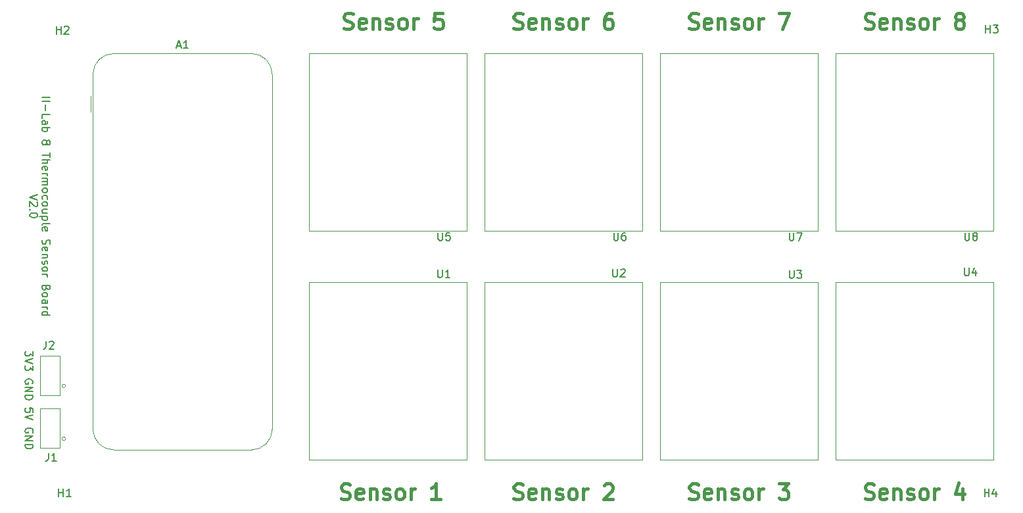
<source format=gto>
%TF.GenerationSoftware,KiCad,Pcbnew,(6.0.5)*%
%TF.CreationDate,2022-06-06T23:13:20-07:00*%
%TF.ProjectId,tc_pcb_f,74635f70-6362-45f6-962e-6b696361645f,rev?*%
%TF.SameCoordinates,Original*%
%TF.FileFunction,Legend,Top*%
%TF.FilePolarity,Positive*%
%FSLAX46Y46*%
G04 Gerber Fmt 4.6, Leading zero omitted, Abs format (unit mm)*
G04 Created by KiCad (PCBNEW (6.0.5)) date 2022-06-06 23:13:20*
%MOMM*%
%LPD*%
G01*
G04 APERTURE LIST*
%ADD10C,0.400000*%
%ADD11C,0.200000*%
%ADD12C,0.150000*%
%ADD13C,0.120000*%
G04 APERTURE END LIST*
D10*
X159793047Y-120634523D02*
X160078761Y-120729761D01*
X160554952Y-120729761D01*
X160745428Y-120634523D01*
X160840666Y-120539285D01*
X160935904Y-120348809D01*
X160935904Y-120158333D01*
X160840666Y-119967857D01*
X160745428Y-119872619D01*
X160554952Y-119777380D01*
X160174000Y-119682142D01*
X159983523Y-119586904D01*
X159888285Y-119491666D01*
X159793047Y-119301190D01*
X159793047Y-119110714D01*
X159888285Y-118920238D01*
X159983523Y-118825000D01*
X160174000Y-118729761D01*
X160650190Y-118729761D01*
X160935904Y-118825000D01*
X162554952Y-120634523D02*
X162364476Y-120729761D01*
X161983523Y-120729761D01*
X161793047Y-120634523D01*
X161697809Y-120444047D01*
X161697809Y-119682142D01*
X161793047Y-119491666D01*
X161983523Y-119396428D01*
X162364476Y-119396428D01*
X162554952Y-119491666D01*
X162650190Y-119682142D01*
X162650190Y-119872619D01*
X161697809Y-120063095D01*
X163507333Y-119396428D02*
X163507333Y-120729761D01*
X163507333Y-119586904D02*
X163602571Y-119491666D01*
X163793047Y-119396428D01*
X164078761Y-119396428D01*
X164269238Y-119491666D01*
X164364476Y-119682142D01*
X164364476Y-120729761D01*
X165221619Y-120634523D02*
X165412095Y-120729761D01*
X165793047Y-120729761D01*
X165983523Y-120634523D01*
X166078761Y-120444047D01*
X166078761Y-120348809D01*
X165983523Y-120158333D01*
X165793047Y-120063095D01*
X165507333Y-120063095D01*
X165316857Y-119967857D01*
X165221619Y-119777380D01*
X165221619Y-119682142D01*
X165316857Y-119491666D01*
X165507333Y-119396428D01*
X165793047Y-119396428D01*
X165983523Y-119491666D01*
X167221619Y-120729761D02*
X167031142Y-120634523D01*
X166935904Y-120539285D01*
X166840666Y-120348809D01*
X166840666Y-119777380D01*
X166935904Y-119586904D01*
X167031142Y-119491666D01*
X167221619Y-119396428D01*
X167507333Y-119396428D01*
X167697809Y-119491666D01*
X167793047Y-119586904D01*
X167888285Y-119777380D01*
X167888285Y-120348809D01*
X167793047Y-120539285D01*
X167697809Y-120634523D01*
X167507333Y-120729761D01*
X167221619Y-120729761D01*
X168745428Y-120729761D02*
X168745428Y-119396428D01*
X168745428Y-119777380D02*
X168840666Y-119586904D01*
X168935904Y-119491666D01*
X169126380Y-119396428D01*
X169316857Y-119396428D01*
X172364476Y-119396428D02*
X172364476Y-120729761D01*
X171888285Y-118634523D02*
X171412095Y-120063095D01*
X172650190Y-120063095D01*
X137181047Y-120634523D02*
X137466761Y-120729761D01*
X137942952Y-120729761D01*
X138133428Y-120634523D01*
X138228666Y-120539285D01*
X138323904Y-120348809D01*
X138323904Y-120158333D01*
X138228666Y-119967857D01*
X138133428Y-119872619D01*
X137942952Y-119777380D01*
X137562000Y-119682142D01*
X137371523Y-119586904D01*
X137276285Y-119491666D01*
X137181047Y-119301190D01*
X137181047Y-119110714D01*
X137276285Y-118920238D01*
X137371523Y-118825000D01*
X137562000Y-118729761D01*
X138038190Y-118729761D01*
X138323904Y-118825000D01*
X139942952Y-120634523D02*
X139752476Y-120729761D01*
X139371523Y-120729761D01*
X139181047Y-120634523D01*
X139085809Y-120444047D01*
X139085809Y-119682142D01*
X139181047Y-119491666D01*
X139371523Y-119396428D01*
X139752476Y-119396428D01*
X139942952Y-119491666D01*
X140038190Y-119682142D01*
X140038190Y-119872619D01*
X139085809Y-120063095D01*
X140895333Y-119396428D02*
X140895333Y-120729761D01*
X140895333Y-119586904D02*
X140990571Y-119491666D01*
X141181047Y-119396428D01*
X141466761Y-119396428D01*
X141657238Y-119491666D01*
X141752476Y-119682142D01*
X141752476Y-120729761D01*
X142609619Y-120634523D02*
X142800095Y-120729761D01*
X143181047Y-120729761D01*
X143371523Y-120634523D01*
X143466761Y-120444047D01*
X143466761Y-120348809D01*
X143371523Y-120158333D01*
X143181047Y-120063095D01*
X142895333Y-120063095D01*
X142704857Y-119967857D01*
X142609619Y-119777380D01*
X142609619Y-119682142D01*
X142704857Y-119491666D01*
X142895333Y-119396428D01*
X143181047Y-119396428D01*
X143371523Y-119491666D01*
X144609619Y-120729761D02*
X144419142Y-120634523D01*
X144323904Y-120539285D01*
X144228666Y-120348809D01*
X144228666Y-119777380D01*
X144323904Y-119586904D01*
X144419142Y-119491666D01*
X144609619Y-119396428D01*
X144895333Y-119396428D01*
X145085809Y-119491666D01*
X145181047Y-119586904D01*
X145276285Y-119777380D01*
X145276285Y-120348809D01*
X145181047Y-120539285D01*
X145085809Y-120634523D01*
X144895333Y-120729761D01*
X144609619Y-120729761D01*
X146133428Y-120729761D02*
X146133428Y-119396428D01*
X146133428Y-119777380D02*
X146228666Y-119586904D01*
X146323904Y-119491666D01*
X146514380Y-119396428D01*
X146704857Y-119396428D01*
X148704857Y-118729761D02*
X149942952Y-118729761D01*
X149276285Y-119491666D01*
X149562000Y-119491666D01*
X149752476Y-119586904D01*
X149847714Y-119682142D01*
X149942952Y-119872619D01*
X149942952Y-120348809D01*
X149847714Y-120539285D01*
X149752476Y-120634523D01*
X149562000Y-120729761D01*
X148990571Y-120729761D01*
X148800095Y-120634523D01*
X148704857Y-120539285D01*
X159793047Y-60084523D02*
X160078761Y-60179761D01*
X160554952Y-60179761D01*
X160745428Y-60084523D01*
X160840666Y-59989285D01*
X160935904Y-59798809D01*
X160935904Y-59608333D01*
X160840666Y-59417857D01*
X160745428Y-59322619D01*
X160554952Y-59227380D01*
X160174000Y-59132142D01*
X159983523Y-59036904D01*
X159888285Y-58941666D01*
X159793047Y-58751190D01*
X159793047Y-58560714D01*
X159888285Y-58370238D01*
X159983523Y-58275000D01*
X160174000Y-58179761D01*
X160650190Y-58179761D01*
X160935904Y-58275000D01*
X162554952Y-60084523D02*
X162364476Y-60179761D01*
X161983523Y-60179761D01*
X161793047Y-60084523D01*
X161697809Y-59894047D01*
X161697809Y-59132142D01*
X161793047Y-58941666D01*
X161983523Y-58846428D01*
X162364476Y-58846428D01*
X162554952Y-58941666D01*
X162650190Y-59132142D01*
X162650190Y-59322619D01*
X161697809Y-59513095D01*
X163507333Y-58846428D02*
X163507333Y-60179761D01*
X163507333Y-59036904D02*
X163602571Y-58941666D01*
X163793047Y-58846428D01*
X164078761Y-58846428D01*
X164269238Y-58941666D01*
X164364476Y-59132142D01*
X164364476Y-60179761D01*
X165221619Y-60084523D02*
X165412095Y-60179761D01*
X165793047Y-60179761D01*
X165983523Y-60084523D01*
X166078761Y-59894047D01*
X166078761Y-59798809D01*
X165983523Y-59608333D01*
X165793047Y-59513095D01*
X165507333Y-59513095D01*
X165316857Y-59417857D01*
X165221619Y-59227380D01*
X165221619Y-59132142D01*
X165316857Y-58941666D01*
X165507333Y-58846428D01*
X165793047Y-58846428D01*
X165983523Y-58941666D01*
X167221619Y-60179761D02*
X167031142Y-60084523D01*
X166935904Y-59989285D01*
X166840666Y-59798809D01*
X166840666Y-59227380D01*
X166935904Y-59036904D01*
X167031142Y-58941666D01*
X167221619Y-58846428D01*
X167507333Y-58846428D01*
X167697809Y-58941666D01*
X167793047Y-59036904D01*
X167888285Y-59227380D01*
X167888285Y-59798809D01*
X167793047Y-59989285D01*
X167697809Y-60084523D01*
X167507333Y-60179761D01*
X167221619Y-60179761D01*
X168745428Y-60179761D02*
X168745428Y-58846428D01*
X168745428Y-59227380D02*
X168840666Y-59036904D01*
X168935904Y-58941666D01*
X169126380Y-58846428D01*
X169316857Y-58846428D01*
X171793047Y-59036904D02*
X171602571Y-58941666D01*
X171507333Y-58846428D01*
X171412095Y-58655952D01*
X171412095Y-58560714D01*
X171507333Y-58370238D01*
X171602571Y-58275000D01*
X171793047Y-58179761D01*
X172174000Y-58179761D01*
X172364476Y-58275000D01*
X172459714Y-58370238D01*
X172554952Y-58560714D01*
X172554952Y-58655952D01*
X172459714Y-58846428D01*
X172364476Y-58941666D01*
X172174000Y-59036904D01*
X171793047Y-59036904D01*
X171602571Y-59132142D01*
X171507333Y-59227380D01*
X171412095Y-59417857D01*
X171412095Y-59798809D01*
X171507333Y-59989285D01*
X171602571Y-60084523D01*
X171793047Y-60179761D01*
X172174000Y-60179761D01*
X172364476Y-60084523D01*
X172459714Y-59989285D01*
X172554952Y-59798809D01*
X172554952Y-59417857D01*
X172459714Y-59227380D01*
X172364476Y-59132142D01*
X172174000Y-59036904D01*
X114569047Y-60084523D02*
X114854761Y-60179761D01*
X115330952Y-60179761D01*
X115521428Y-60084523D01*
X115616666Y-59989285D01*
X115711904Y-59798809D01*
X115711904Y-59608333D01*
X115616666Y-59417857D01*
X115521428Y-59322619D01*
X115330952Y-59227380D01*
X114950000Y-59132142D01*
X114759523Y-59036904D01*
X114664285Y-58941666D01*
X114569047Y-58751190D01*
X114569047Y-58560714D01*
X114664285Y-58370238D01*
X114759523Y-58275000D01*
X114950000Y-58179761D01*
X115426190Y-58179761D01*
X115711904Y-58275000D01*
X117330952Y-60084523D02*
X117140476Y-60179761D01*
X116759523Y-60179761D01*
X116569047Y-60084523D01*
X116473809Y-59894047D01*
X116473809Y-59132142D01*
X116569047Y-58941666D01*
X116759523Y-58846428D01*
X117140476Y-58846428D01*
X117330952Y-58941666D01*
X117426190Y-59132142D01*
X117426190Y-59322619D01*
X116473809Y-59513095D01*
X118283333Y-58846428D02*
X118283333Y-60179761D01*
X118283333Y-59036904D02*
X118378571Y-58941666D01*
X118569047Y-58846428D01*
X118854761Y-58846428D01*
X119045238Y-58941666D01*
X119140476Y-59132142D01*
X119140476Y-60179761D01*
X119997619Y-60084523D02*
X120188095Y-60179761D01*
X120569047Y-60179761D01*
X120759523Y-60084523D01*
X120854761Y-59894047D01*
X120854761Y-59798809D01*
X120759523Y-59608333D01*
X120569047Y-59513095D01*
X120283333Y-59513095D01*
X120092857Y-59417857D01*
X119997619Y-59227380D01*
X119997619Y-59132142D01*
X120092857Y-58941666D01*
X120283333Y-58846428D01*
X120569047Y-58846428D01*
X120759523Y-58941666D01*
X121997619Y-60179761D02*
X121807142Y-60084523D01*
X121711904Y-59989285D01*
X121616666Y-59798809D01*
X121616666Y-59227380D01*
X121711904Y-59036904D01*
X121807142Y-58941666D01*
X121997619Y-58846428D01*
X122283333Y-58846428D01*
X122473809Y-58941666D01*
X122569047Y-59036904D01*
X122664285Y-59227380D01*
X122664285Y-59798809D01*
X122569047Y-59989285D01*
X122473809Y-60084523D01*
X122283333Y-60179761D01*
X121997619Y-60179761D01*
X123521428Y-60179761D02*
X123521428Y-58846428D01*
X123521428Y-59227380D02*
X123616666Y-59036904D01*
X123711904Y-58941666D01*
X123902380Y-58846428D01*
X124092857Y-58846428D01*
X127140476Y-58179761D02*
X126759523Y-58179761D01*
X126569047Y-58275000D01*
X126473809Y-58370238D01*
X126283333Y-58655952D01*
X126188095Y-59036904D01*
X126188095Y-59798809D01*
X126283333Y-59989285D01*
X126378571Y-60084523D01*
X126569047Y-60179761D01*
X126950000Y-60179761D01*
X127140476Y-60084523D01*
X127235714Y-59989285D01*
X127330952Y-59798809D01*
X127330952Y-59322619D01*
X127235714Y-59132142D01*
X127140476Y-59036904D01*
X126950000Y-58941666D01*
X126569047Y-58941666D01*
X126378571Y-59036904D01*
X126283333Y-59132142D01*
X126188095Y-59322619D01*
D11*
X53852619Y-69001190D02*
X54852619Y-69001190D01*
X53852619Y-69477380D02*
X54852619Y-69477380D01*
X54233571Y-69953571D02*
X54233571Y-70715476D01*
X53852619Y-71667857D02*
X53852619Y-71191666D01*
X54852619Y-71191666D01*
X53852619Y-72429761D02*
X54376428Y-72429761D01*
X54471666Y-72382142D01*
X54519285Y-72286904D01*
X54519285Y-72096428D01*
X54471666Y-72001190D01*
X53900238Y-72429761D02*
X53852619Y-72334523D01*
X53852619Y-72096428D01*
X53900238Y-72001190D01*
X53995476Y-71953571D01*
X54090714Y-71953571D01*
X54185952Y-72001190D01*
X54233571Y-72096428D01*
X54233571Y-72334523D01*
X54281190Y-72429761D01*
X53852619Y-72905952D02*
X54852619Y-72905952D01*
X54471666Y-72905952D02*
X54519285Y-73001190D01*
X54519285Y-73191666D01*
X54471666Y-73286904D01*
X54424047Y-73334523D01*
X54328809Y-73382142D01*
X54043095Y-73382142D01*
X53947857Y-73334523D01*
X53900238Y-73286904D01*
X53852619Y-73191666D01*
X53852619Y-73001190D01*
X53900238Y-72905952D01*
X54424047Y-74715476D02*
X54471666Y-74620238D01*
X54519285Y-74572619D01*
X54614523Y-74525000D01*
X54662142Y-74525000D01*
X54757380Y-74572619D01*
X54805000Y-74620238D01*
X54852619Y-74715476D01*
X54852619Y-74905952D01*
X54805000Y-75001190D01*
X54757380Y-75048809D01*
X54662142Y-75096428D01*
X54614523Y-75096428D01*
X54519285Y-75048809D01*
X54471666Y-75001190D01*
X54424047Y-74905952D01*
X54424047Y-74715476D01*
X54376428Y-74620238D01*
X54328809Y-74572619D01*
X54233571Y-74525000D01*
X54043095Y-74525000D01*
X53947857Y-74572619D01*
X53900238Y-74620238D01*
X53852619Y-74715476D01*
X53852619Y-74905952D01*
X53900238Y-75001190D01*
X53947857Y-75048809D01*
X54043095Y-75096428D01*
X54233571Y-75096428D01*
X54328809Y-75048809D01*
X54376428Y-75001190D01*
X54424047Y-74905952D01*
X54852619Y-76144047D02*
X54852619Y-76715476D01*
X53852619Y-76429761D02*
X54852619Y-76429761D01*
X53852619Y-77048809D02*
X54852619Y-77048809D01*
X53852619Y-77477380D02*
X54376428Y-77477380D01*
X54471666Y-77429761D01*
X54519285Y-77334523D01*
X54519285Y-77191666D01*
X54471666Y-77096428D01*
X54424047Y-77048809D01*
X53900238Y-78334523D02*
X53852619Y-78239285D01*
X53852619Y-78048809D01*
X53900238Y-77953571D01*
X53995476Y-77905952D01*
X54376428Y-77905952D01*
X54471666Y-77953571D01*
X54519285Y-78048809D01*
X54519285Y-78239285D01*
X54471666Y-78334523D01*
X54376428Y-78382142D01*
X54281190Y-78382142D01*
X54185952Y-77905952D01*
X53852619Y-78810714D02*
X54519285Y-78810714D01*
X54328809Y-78810714D02*
X54424047Y-78858333D01*
X54471666Y-78905952D01*
X54519285Y-79001190D01*
X54519285Y-79096428D01*
X53852619Y-79429761D02*
X54519285Y-79429761D01*
X54424047Y-79429761D02*
X54471666Y-79477380D01*
X54519285Y-79572619D01*
X54519285Y-79715476D01*
X54471666Y-79810714D01*
X54376428Y-79858333D01*
X53852619Y-79858333D01*
X54376428Y-79858333D02*
X54471666Y-79905952D01*
X54519285Y-80001190D01*
X54519285Y-80144047D01*
X54471666Y-80239285D01*
X54376428Y-80286904D01*
X53852619Y-80286904D01*
X53852619Y-80905952D02*
X53900238Y-80810714D01*
X53947857Y-80763095D01*
X54043095Y-80715476D01*
X54328809Y-80715476D01*
X54424047Y-80763095D01*
X54471666Y-80810714D01*
X54519285Y-80905952D01*
X54519285Y-81048809D01*
X54471666Y-81144047D01*
X54424047Y-81191666D01*
X54328809Y-81239285D01*
X54043095Y-81239285D01*
X53947857Y-81191666D01*
X53900238Y-81144047D01*
X53852619Y-81048809D01*
X53852619Y-80905952D01*
X53900238Y-82096428D02*
X53852619Y-82001190D01*
X53852619Y-81810714D01*
X53900238Y-81715476D01*
X53947857Y-81667857D01*
X54043095Y-81620238D01*
X54328809Y-81620238D01*
X54424047Y-81667857D01*
X54471666Y-81715476D01*
X54519285Y-81810714D01*
X54519285Y-82001190D01*
X54471666Y-82096428D01*
X53852619Y-82667857D02*
X53900238Y-82572619D01*
X53947857Y-82524999D01*
X54043095Y-82477380D01*
X54328809Y-82477380D01*
X54424047Y-82525000D01*
X54471666Y-82572619D01*
X54519285Y-82667857D01*
X54519285Y-82810714D01*
X54471666Y-82905952D01*
X54424047Y-82953571D01*
X54328809Y-83001190D01*
X54043095Y-83001190D01*
X53947857Y-82953571D01*
X53900238Y-82905952D01*
X53852619Y-82810714D01*
X53852619Y-82667857D01*
X54519285Y-83858333D02*
X53852619Y-83858333D01*
X54519285Y-83429761D02*
X53995476Y-83429761D01*
X53900238Y-83477380D01*
X53852619Y-83572619D01*
X53852619Y-83715476D01*
X53900238Y-83810714D01*
X53947857Y-83858333D01*
X54519285Y-84334523D02*
X53519285Y-84334523D01*
X54471666Y-84334523D02*
X54519285Y-84429761D01*
X54519285Y-84620238D01*
X54471666Y-84715476D01*
X54424047Y-84763095D01*
X54328809Y-84810714D01*
X54043095Y-84810714D01*
X53947857Y-84763095D01*
X53900238Y-84715476D01*
X53852619Y-84620238D01*
X53852619Y-84429761D01*
X53900238Y-84334523D01*
X53852619Y-85382142D02*
X53900238Y-85286904D01*
X53995476Y-85239285D01*
X54852619Y-85239285D01*
X53900238Y-86144047D02*
X53852619Y-86048809D01*
X53852619Y-85858333D01*
X53900238Y-85763095D01*
X53995476Y-85715476D01*
X54376428Y-85715476D01*
X54471666Y-85763095D01*
X54519285Y-85858333D01*
X54519285Y-86048809D01*
X54471666Y-86144047D01*
X54376428Y-86191666D01*
X54281190Y-86191666D01*
X54185952Y-85715476D01*
X53900238Y-87334523D02*
X53852619Y-87477380D01*
X53852619Y-87715476D01*
X53900238Y-87810714D01*
X53947857Y-87858333D01*
X54043095Y-87905952D01*
X54138333Y-87905952D01*
X54233571Y-87858333D01*
X54281190Y-87810714D01*
X54328809Y-87715476D01*
X54376428Y-87525000D01*
X54424047Y-87429761D01*
X54471666Y-87382142D01*
X54566904Y-87334523D01*
X54662142Y-87334523D01*
X54757380Y-87382142D01*
X54805000Y-87429761D01*
X54852619Y-87525000D01*
X54852619Y-87763095D01*
X54805000Y-87905952D01*
X53900238Y-88715476D02*
X53852619Y-88620238D01*
X53852619Y-88429761D01*
X53900238Y-88334523D01*
X53995476Y-88286904D01*
X54376428Y-88286904D01*
X54471666Y-88334523D01*
X54519285Y-88429761D01*
X54519285Y-88620238D01*
X54471666Y-88715476D01*
X54376428Y-88763095D01*
X54281190Y-88763095D01*
X54185952Y-88286904D01*
X54519285Y-89191666D02*
X53852619Y-89191666D01*
X54424047Y-89191666D02*
X54471666Y-89239285D01*
X54519285Y-89334523D01*
X54519285Y-89477380D01*
X54471666Y-89572619D01*
X54376428Y-89620238D01*
X53852619Y-89620238D01*
X53900238Y-90048809D02*
X53852619Y-90144047D01*
X53852619Y-90334523D01*
X53900238Y-90429761D01*
X53995476Y-90477380D01*
X54043095Y-90477380D01*
X54138333Y-90429761D01*
X54185952Y-90334523D01*
X54185952Y-90191666D01*
X54233571Y-90096428D01*
X54328809Y-90048809D01*
X54376428Y-90048809D01*
X54471666Y-90096428D01*
X54519285Y-90191666D01*
X54519285Y-90334523D01*
X54471666Y-90429761D01*
X53852619Y-91048809D02*
X53900238Y-90953571D01*
X53947857Y-90905952D01*
X54043095Y-90858333D01*
X54328809Y-90858333D01*
X54424047Y-90905952D01*
X54471666Y-90953571D01*
X54519285Y-91048809D01*
X54519285Y-91191666D01*
X54471666Y-91286904D01*
X54424047Y-91334523D01*
X54328809Y-91382142D01*
X54043095Y-91382142D01*
X53947857Y-91334523D01*
X53900238Y-91286904D01*
X53852619Y-91191666D01*
X53852619Y-91048809D01*
X53852619Y-91810714D02*
X54519285Y-91810714D01*
X54328809Y-91810714D02*
X54424047Y-91858333D01*
X54471666Y-91905952D01*
X54519285Y-92001190D01*
X54519285Y-92096428D01*
X54376428Y-93524999D02*
X54328809Y-93667857D01*
X54281190Y-93715476D01*
X54185952Y-93763095D01*
X54043095Y-93763095D01*
X53947857Y-93715476D01*
X53900238Y-93667857D01*
X53852619Y-93572619D01*
X53852619Y-93191666D01*
X54852619Y-93191666D01*
X54852619Y-93524999D01*
X54805000Y-93620238D01*
X54757380Y-93667857D01*
X54662142Y-93715476D01*
X54566904Y-93715476D01*
X54471666Y-93667857D01*
X54424047Y-93620238D01*
X54376428Y-93524999D01*
X54376428Y-93191666D01*
X53852619Y-94334523D02*
X53900238Y-94239285D01*
X53947857Y-94191666D01*
X54043095Y-94144047D01*
X54328809Y-94144047D01*
X54424047Y-94191666D01*
X54471666Y-94239285D01*
X54519285Y-94334523D01*
X54519285Y-94477380D01*
X54471666Y-94572619D01*
X54424047Y-94620238D01*
X54328809Y-94667857D01*
X54043095Y-94667857D01*
X53947857Y-94620238D01*
X53900238Y-94572619D01*
X53852619Y-94477380D01*
X53852619Y-94334523D01*
X53852619Y-95524999D02*
X54376428Y-95524999D01*
X54471666Y-95477380D01*
X54519285Y-95382142D01*
X54519285Y-95191666D01*
X54471666Y-95096428D01*
X53900238Y-95524999D02*
X53852619Y-95429761D01*
X53852619Y-95191666D01*
X53900238Y-95096428D01*
X53995476Y-95048809D01*
X54090714Y-95048809D01*
X54185952Y-95096428D01*
X54233571Y-95191666D01*
X54233571Y-95429761D01*
X54281190Y-95524999D01*
X53852619Y-96001190D02*
X54519285Y-96001190D01*
X54328809Y-96001190D02*
X54424047Y-96048809D01*
X54471666Y-96096428D01*
X54519285Y-96191666D01*
X54519285Y-96286904D01*
X53852619Y-97048809D02*
X54852619Y-97048809D01*
X53900238Y-97048809D02*
X53852619Y-96953571D01*
X53852619Y-96763095D01*
X53900238Y-96667857D01*
X53947857Y-96620238D01*
X54043095Y-96572619D01*
X54328809Y-96572619D01*
X54424047Y-96620238D01*
X54471666Y-96667857D01*
X54519285Y-96763095D01*
X54519285Y-96953571D01*
X54471666Y-97048809D01*
X53242619Y-81501190D02*
X52242619Y-81834523D01*
X53242619Y-82167857D01*
X53147380Y-82453571D02*
X53195000Y-82501190D01*
X53242619Y-82596428D01*
X53242619Y-82834523D01*
X53195000Y-82929761D01*
X53147380Y-82977380D01*
X53052142Y-83025000D01*
X52956904Y-83025000D01*
X52814047Y-82977380D01*
X52242619Y-82405952D01*
X52242619Y-83025000D01*
X52337857Y-83453571D02*
X52290238Y-83501190D01*
X52242619Y-83453571D01*
X52290238Y-83405952D01*
X52337857Y-83453571D01*
X52242619Y-83453571D01*
X53242619Y-84120238D02*
X53242619Y-84215476D01*
X53195000Y-84310714D01*
X53147380Y-84358333D01*
X53052142Y-84405952D01*
X52861666Y-84453571D01*
X52623571Y-84453571D01*
X52433095Y-84405952D01*
X52337857Y-84358333D01*
X52290238Y-84310714D01*
X52242619Y-84215476D01*
X52242619Y-84120238D01*
X52290238Y-84025000D01*
X52337857Y-83977380D01*
X52433095Y-83929761D01*
X52623571Y-83882142D01*
X52861666Y-83882142D01*
X53052142Y-83929761D01*
X53147380Y-83977380D01*
X53195000Y-84025000D01*
X53242619Y-84120238D01*
D10*
X92694047Y-60084523D02*
X92979761Y-60179761D01*
X93455952Y-60179761D01*
X93646428Y-60084523D01*
X93741666Y-59989285D01*
X93836904Y-59798809D01*
X93836904Y-59608333D01*
X93741666Y-59417857D01*
X93646428Y-59322619D01*
X93455952Y-59227380D01*
X93075000Y-59132142D01*
X92884523Y-59036904D01*
X92789285Y-58941666D01*
X92694047Y-58751190D01*
X92694047Y-58560714D01*
X92789285Y-58370238D01*
X92884523Y-58275000D01*
X93075000Y-58179761D01*
X93551190Y-58179761D01*
X93836904Y-58275000D01*
X95455952Y-60084523D02*
X95265476Y-60179761D01*
X94884523Y-60179761D01*
X94694047Y-60084523D01*
X94598809Y-59894047D01*
X94598809Y-59132142D01*
X94694047Y-58941666D01*
X94884523Y-58846428D01*
X95265476Y-58846428D01*
X95455952Y-58941666D01*
X95551190Y-59132142D01*
X95551190Y-59322619D01*
X94598809Y-59513095D01*
X96408333Y-58846428D02*
X96408333Y-60179761D01*
X96408333Y-59036904D02*
X96503571Y-58941666D01*
X96694047Y-58846428D01*
X96979761Y-58846428D01*
X97170238Y-58941666D01*
X97265476Y-59132142D01*
X97265476Y-60179761D01*
X98122619Y-60084523D02*
X98313095Y-60179761D01*
X98694047Y-60179761D01*
X98884523Y-60084523D01*
X98979761Y-59894047D01*
X98979761Y-59798809D01*
X98884523Y-59608333D01*
X98694047Y-59513095D01*
X98408333Y-59513095D01*
X98217857Y-59417857D01*
X98122619Y-59227380D01*
X98122619Y-59132142D01*
X98217857Y-58941666D01*
X98408333Y-58846428D01*
X98694047Y-58846428D01*
X98884523Y-58941666D01*
X100122619Y-60179761D02*
X99932142Y-60084523D01*
X99836904Y-59989285D01*
X99741666Y-59798809D01*
X99741666Y-59227380D01*
X99836904Y-59036904D01*
X99932142Y-58941666D01*
X100122619Y-58846428D01*
X100408333Y-58846428D01*
X100598809Y-58941666D01*
X100694047Y-59036904D01*
X100789285Y-59227380D01*
X100789285Y-59798809D01*
X100694047Y-59989285D01*
X100598809Y-60084523D01*
X100408333Y-60179761D01*
X100122619Y-60179761D01*
X101646428Y-60179761D02*
X101646428Y-58846428D01*
X101646428Y-59227380D02*
X101741666Y-59036904D01*
X101836904Y-58941666D01*
X102027380Y-58846428D01*
X102217857Y-58846428D01*
X105360714Y-58179761D02*
X104408333Y-58179761D01*
X104313095Y-59132142D01*
X104408333Y-59036904D01*
X104598809Y-58941666D01*
X105075000Y-58941666D01*
X105265476Y-59036904D01*
X105360714Y-59132142D01*
X105455952Y-59322619D01*
X105455952Y-59798809D01*
X105360714Y-59989285D01*
X105265476Y-60084523D01*
X105075000Y-60179761D01*
X104598809Y-60179761D01*
X104408333Y-60084523D01*
X104313095Y-59989285D01*
X92344047Y-120634523D02*
X92629761Y-120729761D01*
X93105952Y-120729761D01*
X93296428Y-120634523D01*
X93391666Y-120539285D01*
X93486904Y-120348809D01*
X93486904Y-120158333D01*
X93391666Y-119967857D01*
X93296428Y-119872619D01*
X93105952Y-119777380D01*
X92725000Y-119682142D01*
X92534523Y-119586904D01*
X92439285Y-119491666D01*
X92344047Y-119301190D01*
X92344047Y-119110714D01*
X92439285Y-118920238D01*
X92534523Y-118825000D01*
X92725000Y-118729761D01*
X93201190Y-118729761D01*
X93486904Y-118825000D01*
X95105952Y-120634523D02*
X94915476Y-120729761D01*
X94534523Y-120729761D01*
X94344047Y-120634523D01*
X94248809Y-120444047D01*
X94248809Y-119682142D01*
X94344047Y-119491666D01*
X94534523Y-119396428D01*
X94915476Y-119396428D01*
X95105952Y-119491666D01*
X95201190Y-119682142D01*
X95201190Y-119872619D01*
X94248809Y-120063095D01*
X96058333Y-119396428D02*
X96058333Y-120729761D01*
X96058333Y-119586904D02*
X96153571Y-119491666D01*
X96344047Y-119396428D01*
X96629761Y-119396428D01*
X96820238Y-119491666D01*
X96915476Y-119682142D01*
X96915476Y-120729761D01*
X97772619Y-120634523D02*
X97963095Y-120729761D01*
X98344047Y-120729761D01*
X98534523Y-120634523D01*
X98629761Y-120444047D01*
X98629761Y-120348809D01*
X98534523Y-120158333D01*
X98344047Y-120063095D01*
X98058333Y-120063095D01*
X97867857Y-119967857D01*
X97772619Y-119777380D01*
X97772619Y-119682142D01*
X97867857Y-119491666D01*
X98058333Y-119396428D01*
X98344047Y-119396428D01*
X98534523Y-119491666D01*
X99772619Y-120729761D02*
X99582142Y-120634523D01*
X99486904Y-120539285D01*
X99391666Y-120348809D01*
X99391666Y-119777380D01*
X99486904Y-119586904D01*
X99582142Y-119491666D01*
X99772619Y-119396428D01*
X100058333Y-119396428D01*
X100248809Y-119491666D01*
X100344047Y-119586904D01*
X100439285Y-119777380D01*
X100439285Y-120348809D01*
X100344047Y-120539285D01*
X100248809Y-120634523D01*
X100058333Y-120729761D01*
X99772619Y-120729761D01*
X101296428Y-120729761D02*
X101296428Y-119396428D01*
X101296428Y-119777380D02*
X101391666Y-119586904D01*
X101486904Y-119491666D01*
X101677380Y-119396428D01*
X101867857Y-119396428D01*
X105105952Y-120729761D02*
X103963095Y-120729761D01*
X104534523Y-120729761D02*
X104534523Y-118729761D01*
X104344047Y-119015476D01*
X104153571Y-119205952D01*
X103963095Y-119301190D01*
X137181047Y-60084523D02*
X137466761Y-60179761D01*
X137942952Y-60179761D01*
X138133428Y-60084523D01*
X138228666Y-59989285D01*
X138323904Y-59798809D01*
X138323904Y-59608333D01*
X138228666Y-59417857D01*
X138133428Y-59322619D01*
X137942952Y-59227380D01*
X137562000Y-59132142D01*
X137371523Y-59036904D01*
X137276285Y-58941666D01*
X137181047Y-58751190D01*
X137181047Y-58560714D01*
X137276285Y-58370238D01*
X137371523Y-58275000D01*
X137562000Y-58179761D01*
X138038190Y-58179761D01*
X138323904Y-58275000D01*
X139942952Y-60084523D02*
X139752476Y-60179761D01*
X139371523Y-60179761D01*
X139181047Y-60084523D01*
X139085809Y-59894047D01*
X139085809Y-59132142D01*
X139181047Y-58941666D01*
X139371523Y-58846428D01*
X139752476Y-58846428D01*
X139942952Y-58941666D01*
X140038190Y-59132142D01*
X140038190Y-59322619D01*
X139085809Y-59513095D01*
X140895333Y-58846428D02*
X140895333Y-60179761D01*
X140895333Y-59036904D02*
X140990571Y-58941666D01*
X141181047Y-58846428D01*
X141466761Y-58846428D01*
X141657238Y-58941666D01*
X141752476Y-59132142D01*
X141752476Y-60179761D01*
X142609619Y-60084523D02*
X142800095Y-60179761D01*
X143181047Y-60179761D01*
X143371523Y-60084523D01*
X143466761Y-59894047D01*
X143466761Y-59798809D01*
X143371523Y-59608333D01*
X143181047Y-59513095D01*
X142895333Y-59513095D01*
X142704857Y-59417857D01*
X142609619Y-59227380D01*
X142609619Y-59132142D01*
X142704857Y-58941666D01*
X142895333Y-58846428D01*
X143181047Y-58846428D01*
X143371523Y-58941666D01*
X144609619Y-60179761D02*
X144419142Y-60084523D01*
X144323904Y-59989285D01*
X144228666Y-59798809D01*
X144228666Y-59227380D01*
X144323904Y-59036904D01*
X144419142Y-58941666D01*
X144609619Y-58846428D01*
X144895333Y-58846428D01*
X145085809Y-58941666D01*
X145181047Y-59036904D01*
X145276285Y-59227380D01*
X145276285Y-59798809D01*
X145181047Y-59989285D01*
X145085809Y-60084523D01*
X144895333Y-60179761D01*
X144609619Y-60179761D01*
X146133428Y-60179761D02*
X146133428Y-58846428D01*
X146133428Y-59227380D02*
X146228666Y-59036904D01*
X146323904Y-58941666D01*
X146514380Y-58846428D01*
X146704857Y-58846428D01*
X148704857Y-58179761D02*
X150038190Y-58179761D01*
X149181047Y-60179761D01*
D11*
X52647619Y-101687142D02*
X52647619Y-102306190D01*
X52266666Y-101972857D01*
X52266666Y-102115714D01*
X52219047Y-102210952D01*
X52171428Y-102258571D01*
X52076190Y-102306190D01*
X51838095Y-102306190D01*
X51742857Y-102258571D01*
X51695238Y-102210952D01*
X51647619Y-102115714D01*
X51647619Y-101830000D01*
X51695238Y-101734761D01*
X51742857Y-101687142D01*
X52647619Y-102591904D02*
X51647619Y-102925238D01*
X52647619Y-103258571D01*
X52647619Y-103496666D02*
X52647619Y-104115714D01*
X52266666Y-103782380D01*
X52266666Y-103925238D01*
X52219047Y-104020476D01*
X52171428Y-104068095D01*
X52076190Y-104115714D01*
X51838095Y-104115714D01*
X51742857Y-104068095D01*
X51695238Y-104020476D01*
X51647619Y-103925238D01*
X51647619Y-103639523D01*
X51695238Y-103544285D01*
X51742857Y-103496666D01*
X52600000Y-105830000D02*
X52647619Y-105734761D01*
X52647619Y-105591904D01*
X52600000Y-105449047D01*
X52504761Y-105353809D01*
X52409523Y-105306190D01*
X52219047Y-105258571D01*
X52076190Y-105258571D01*
X51885714Y-105306190D01*
X51790476Y-105353809D01*
X51695238Y-105449047D01*
X51647619Y-105591904D01*
X51647619Y-105687142D01*
X51695238Y-105830000D01*
X51742857Y-105877619D01*
X52076190Y-105877619D01*
X52076190Y-105687142D01*
X51647619Y-106306190D02*
X52647619Y-106306190D01*
X51647619Y-106877619D01*
X52647619Y-106877619D01*
X51647619Y-107353809D02*
X52647619Y-107353809D01*
X52647619Y-107591904D01*
X52600000Y-107734761D01*
X52504761Y-107830000D01*
X52409523Y-107877619D01*
X52219047Y-107925238D01*
X52076190Y-107925238D01*
X51885714Y-107877619D01*
X51790476Y-107830000D01*
X51695238Y-107734761D01*
X51647619Y-107591904D01*
X51647619Y-107353809D01*
X52662211Y-109516361D02*
X52662211Y-109040171D01*
X52186020Y-108992552D01*
X52233639Y-109040171D01*
X52281258Y-109135409D01*
X52281258Y-109373504D01*
X52233639Y-109468742D01*
X52186020Y-109516361D01*
X52090782Y-109563980D01*
X51852687Y-109563980D01*
X51757449Y-109516361D01*
X51709830Y-109468742D01*
X51662211Y-109373504D01*
X51662211Y-109135409D01*
X51709830Y-109040171D01*
X51757449Y-108992552D01*
X52662211Y-109849695D02*
X51662211Y-110183028D01*
X52662211Y-110516361D01*
X52614592Y-112135409D02*
X52662211Y-112040171D01*
X52662211Y-111897314D01*
X52614592Y-111754457D01*
X52519353Y-111659219D01*
X52424115Y-111611600D01*
X52233639Y-111563980D01*
X52090782Y-111563980D01*
X51900306Y-111611600D01*
X51805068Y-111659219D01*
X51709830Y-111754457D01*
X51662211Y-111897314D01*
X51662211Y-111992552D01*
X51709830Y-112135409D01*
X51757449Y-112183028D01*
X52090782Y-112183028D01*
X52090782Y-111992552D01*
X51662211Y-112611600D02*
X52662211Y-112611600D01*
X51662211Y-113183028D01*
X52662211Y-113183028D01*
X51662211Y-113659219D02*
X52662211Y-113659219D01*
X52662211Y-113897314D01*
X52614592Y-114040171D01*
X52519353Y-114135409D01*
X52424115Y-114183028D01*
X52233639Y-114230647D01*
X52090782Y-114230647D01*
X51900306Y-114183028D01*
X51805068Y-114135409D01*
X51709830Y-114040171D01*
X51662211Y-113897314D01*
X51662211Y-113659219D01*
D10*
X114569047Y-120634523D02*
X114854761Y-120729761D01*
X115330952Y-120729761D01*
X115521428Y-120634523D01*
X115616666Y-120539285D01*
X115711904Y-120348809D01*
X115711904Y-120158333D01*
X115616666Y-119967857D01*
X115521428Y-119872619D01*
X115330952Y-119777380D01*
X114950000Y-119682142D01*
X114759523Y-119586904D01*
X114664285Y-119491666D01*
X114569047Y-119301190D01*
X114569047Y-119110714D01*
X114664285Y-118920238D01*
X114759523Y-118825000D01*
X114950000Y-118729761D01*
X115426190Y-118729761D01*
X115711904Y-118825000D01*
X117330952Y-120634523D02*
X117140476Y-120729761D01*
X116759523Y-120729761D01*
X116569047Y-120634523D01*
X116473809Y-120444047D01*
X116473809Y-119682142D01*
X116569047Y-119491666D01*
X116759523Y-119396428D01*
X117140476Y-119396428D01*
X117330952Y-119491666D01*
X117426190Y-119682142D01*
X117426190Y-119872619D01*
X116473809Y-120063095D01*
X118283333Y-119396428D02*
X118283333Y-120729761D01*
X118283333Y-119586904D02*
X118378571Y-119491666D01*
X118569047Y-119396428D01*
X118854761Y-119396428D01*
X119045238Y-119491666D01*
X119140476Y-119682142D01*
X119140476Y-120729761D01*
X119997619Y-120634523D02*
X120188095Y-120729761D01*
X120569047Y-120729761D01*
X120759523Y-120634523D01*
X120854761Y-120444047D01*
X120854761Y-120348809D01*
X120759523Y-120158333D01*
X120569047Y-120063095D01*
X120283333Y-120063095D01*
X120092857Y-119967857D01*
X119997619Y-119777380D01*
X119997619Y-119682142D01*
X120092857Y-119491666D01*
X120283333Y-119396428D01*
X120569047Y-119396428D01*
X120759523Y-119491666D01*
X121997619Y-120729761D02*
X121807142Y-120634523D01*
X121711904Y-120539285D01*
X121616666Y-120348809D01*
X121616666Y-119777380D01*
X121711904Y-119586904D01*
X121807142Y-119491666D01*
X121997619Y-119396428D01*
X122283333Y-119396428D01*
X122473809Y-119491666D01*
X122569047Y-119586904D01*
X122664285Y-119777380D01*
X122664285Y-120348809D01*
X122569047Y-120539285D01*
X122473809Y-120634523D01*
X122283333Y-120729761D01*
X121997619Y-120729761D01*
X123521428Y-120729761D02*
X123521428Y-119396428D01*
X123521428Y-119777380D02*
X123616666Y-119586904D01*
X123711904Y-119491666D01*
X123902380Y-119396428D01*
X124092857Y-119396428D01*
X126188095Y-118920238D02*
X126283333Y-118825000D01*
X126473809Y-118729761D01*
X126950000Y-118729761D01*
X127140476Y-118825000D01*
X127235714Y-118920238D01*
X127330952Y-119110714D01*
X127330952Y-119301190D01*
X127235714Y-119586904D01*
X126092857Y-120729761D01*
X127330952Y-120729761D01*
D12*
%TO.C,U2*%
X127338095Y-91102380D02*
X127338095Y-91911904D01*
X127385714Y-92007142D01*
X127433333Y-92054761D01*
X127528571Y-92102380D01*
X127719047Y-92102380D01*
X127814285Y-92054761D01*
X127861904Y-92007142D01*
X127909523Y-91911904D01*
X127909523Y-91102380D01*
X128338095Y-91197619D02*
X128385714Y-91150000D01*
X128480952Y-91102380D01*
X128719047Y-91102380D01*
X128814285Y-91150000D01*
X128861904Y-91197619D01*
X128909523Y-91292857D01*
X128909523Y-91388095D01*
X128861904Y-91530952D01*
X128290476Y-92102380D01*
X128909523Y-92102380D01*
%TO.C,U8*%
X172676495Y-86419980D02*
X172676495Y-87229504D01*
X172724114Y-87324742D01*
X172771733Y-87372361D01*
X172866971Y-87419980D01*
X173057447Y-87419980D01*
X173152685Y-87372361D01*
X173200304Y-87324742D01*
X173247923Y-87229504D01*
X173247923Y-86419980D01*
X173866971Y-86848552D02*
X173771733Y-86800933D01*
X173724114Y-86753314D01*
X173676495Y-86658076D01*
X173676495Y-86610457D01*
X173724114Y-86515219D01*
X173771733Y-86467600D01*
X173866971Y-86419980D01*
X174057447Y-86419980D01*
X174152685Y-86467600D01*
X174200304Y-86515219D01*
X174247923Y-86610457D01*
X174247923Y-86658076D01*
X174200304Y-86753314D01*
X174152685Y-86800933D01*
X174057447Y-86848552D01*
X173866971Y-86848552D01*
X173771733Y-86896171D01*
X173724114Y-86943790D01*
X173676495Y-87039028D01*
X173676495Y-87229504D01*
X173724114Y-87324742D01*
X173771733Y-87372361D01*
X173866971Y-87419980D01*
X174057447Y-87419980D01*
X174152685Y-87372361D01*
X174200304Y-87324742D01*
X174247923Y-87229504D01*
X174247923Y-87039028D01*
X174200304Y-86943790D01*
X174152685Y-86896171D01*
X174057447Y-86848552D01*
%TO.C,U1*%
X104788095Y-91177380D02*
X104788095Y-91986904D01*
X104835714Y-92082142D01*
X104883333Y-92129761D01*
X104978571Y-92177380D01*
X105169047Y-92177380D01*
X105264285Y-92129761D01*
X105311904Y-92082142D01*
X105359523Y-91986904D01*
X105359523Y-91177380D01*
X106359523Y-92177380D02*
X105788095Y-92177380D01*
X106073809Y-92177380D02*
X106073809Y-91177380D01*
X105978571Y-91320238D01*
X105883333Y-91415476D01*
X105788095Y-91463095D01*
%TO.C,U3*%
X150088095Y-91252380D02*
X150088095Y-92061904D01*
X150135714Y-92157142D01*
X150183333Y-92204761D01*
X150278571Y-92252380D01*
X150469047Y-92252380D01*
X150564285Y-92204761D01*
X150611904Y-92157142D01*
X150659523Y-92061904D01*
X150659523Y-91252380D01*
X151040476Y-91252380D02*
X151659523Y-91252380D01*
X151326190Y-91633333D01*
X151469047Y-91633333D01*
X151564285Y-91680952D01*
X151611904Y-91728571D01*
X151659523Y-91823809D01*
X151659523Y-92061904D01*
X151611904Y-92157142D01*
X151564285Y-92204761D01*
X151469047Y-92252380D01*
X151183333Y-92252380D01*
X151088095Y-92204761D01*
X151040476Y-92157142D01*
%TO.C,U4*%
X172613095Y-90952380D02*
X172613095Y-91761904D01*
X172660714Y-91857142D01*
X172708333Y-91904761D01*
X172803571Y-91952380D01*
X172994047Y-91952380D01*
X173089285Y-91904761D01*
X173136904Y-91857142D01*
X173184523Y-91761904D01*
X173184523Y-90952380D01*
X174089285Y-91285714D02*
X174089285Y-91952380D01*
X173851190Y-90904761D02*
X173613095Y-91619047D01*
X174232142Y-91619047D01*
%TO.C,U7*%
X150064495Y-86419980D02*
X150064495Y-87229504D01*
X150112114Y-87324742D01*
X150159733Y-87372361D01*
X150254971Y-87419980D01*
X150445447Y-87419980D01*
X150540685Y-87372361D01*
X150588304Y-87324742D01*
X150635923Y-87229504D01*
X150635923Y-86419980D01*
X151016876Y-86419980D02*
X151683542Y-86419980D01*
X151254971Y-87419980D01*
%TO.C,H1*%
X55988095Y-120377380D02*
X55988095Y-119377380D01*
X55988095Y-119853571D02*
X56559523Y-119853571D01*
X56559523Y-120377380D02*
X56559523Y-119377380D01*
X57559523Y-120377380D02*
X56988095Y-120377380D01*
X57273809Y-120377380D02*
X57273809Y-119377380D01*
X57178571Y-119520238D01*
X57083333Y-119615476D01*
X56988095Y-119663095D01*
%TO.C,H2*%
X55688095Y-60827380D02*
X55688095Y-59827380D01*
X55688095Y-60303571D02*
X56259523Y-60303571D01*
X56259523Y-60827380D02*
X56259523Y-59827380D01*
X56688095Y-59922619D02*
X56735714Y-59875000D01*
X56830952Y-59827380D01*
X57069047Y-59827380D01*
X57164285Y-59875000D01*
X57211904Y-59922619D01*
X57259523Y-60017857D01*
X57259523Y-60113095D01*
X57211904Y-60255952D01*
X56640476Y-60827380D01*
X57259523Y-60827380D01*
%TO.C,A1*%
X71207714Y-62363266D02*
X71683904Y-62363266D01*
X71112476Y-62648980D02*
X71445809Y-61648980D01*
X71779142Y-62648980D01*
X72636285Y-62648980D02*
X72064857Y-62648980D01*
X72350571Y-62648980D02*
X72350571Y-61648980D01*
X72255333Y-61791838D01*
X72160095Y-61887076D01*
X72064857Y-61934695D01*
%TO.C,U5*%
X104840495Y-86419980D02*
X104840495Y-87229504D01*
X104888114Y-87324742D01*
X104935733Y-87372361D01*
X105030971Y-87419980D01*
X105221447Y-87419980D01*
X105316685Y-87372361D01*
X105364304Y-87324742D01*
X105411923Y-87229504D01*
X105411923Y-86419980D01*
X106364304Y-86419980D02*
X105888114Y-86419980D01*
X105840495Y-86896171D01*
X105888114Y-86848552D01*
X105983352Y-86800933D01*
X106221447Y-86800933D01*
X106316685Y-86848552D01*
X106364304Y-86896171D01*
X106411923Y-86991409D01*
X106411923Y-87229504D01*
X106364304Y-87324742D01*
X106316685Y-87372361D01*
X106221447Y-87419980D01*
X105983352Y-87419980D01*
X105888114Y-87372361D01*
X105840495Y-87324742D01*
%TO.C,H4*%
X175213095Y-120377380D02*
X175213095Y-119377380D01*
X175213095Y-119853571D02*
X175784523Y-119853571D01*
X175784523Y-120377380D02*
X175784523Y-119377380D01*
X176689285Y-119710714D02*
X176689285Y-120377380D01*
X176451190Y-119329761D02*
X176213095Y-120044047D01*
X176832142Y-120044047D01*
%TO.C,H3*%
X175363095Y-60677380D02*
X175363095Y-59677380D01*
X175363095Y-60153571D02*
X175934523Y-60153571D01*
X175934523Y-60677380D02*
X175934523Y-59677380D01*
X176315476Y-59677380D02*
X176934523Y-59677380D01*
X176601190Y-60058333D01*
X176744047Y-60058333D01*
X176839285Y-60105952D01*
X176886904Y-60153571D01*
X176934523Y-60248809D01*
X176934523Y-60486904D01*
X176886904Y-60582142D01*
X176839285Y-60629761D01*
X176744047Y-60677380D01*
X176458333Y-60677380D01*
X176363095Y-60629761D01*
X176315476Y-60582142D01*
%TO.C,U6*%
X127452495Y-86419980D02*
X127452495Y-87229504D01*
X127500114Y-87324742D01*
X127547733Y-87372361D01*
X127642971Y-87419980D01*
X127833447Y-87419980D01*
X127928685Y-87372361D01*
X127976304Y-87324742D01*
X128023923Y-87229504D01*
X128023923Y-86419980D01*
X128928685Y-86419980D02*
X128738209Y-86419980D01*
X128642971Y-86467600D01*
X128595352Y-86515219D01*
X128500114Y-86658076D01*
X128452495Y-86848552D01*
X128452495Y-87229504D01*
X128500114Y-87324742D01*
X128547733Y-87372361D01*
X128642971Y-87419980D01*
X128833447Y-87419980D01*
X128928685Y-87372361D01*
X128976304Y-87324742D01*
X129023923Y-87229504D01*
X129023923Y-86991409D01*
X128976304Y-86896171D01*
X128928685Y-86848552D01*
X128833447Y-86800933D01*
X128642971Y-86800933D01*
X128547733Y-86848552D01*
X128500114Y-86896171D01*
X128452495Y-86991409D01*
%TO.C,J1*%
X54666666Y-114802380D02*
X54666666Y-115516666D01*
X54619047Y-115659523D01*
X54523809Y-115754761D01*
X54380952Y-115802380D01*
X54285714Y-115802380D01*
X55666666Y-115802380D02*
X55095238Y-115802380D01*
X55380952Y-115802380D02*
X55380952Y-114802380D01*
X55285714Y-114945238D01*
X55190476Y-115040476D01*
X55095238Y-115088095D01*
%TO.C,J2*%
X54341666Y-100382380D02*
X54341666Y-101096666D01*
X54294047Y-101239523D01*
X54198809Y-101334761D01*
X54055952Y-101382380D01*
X53960714Y-101382380D01*
X54770238Y-100477619D02*
X54817857Y-100430000D01*
X54913095Y-100382380D01*
X55151190Y-100382380D01*
X55246428Y-100430000D01*
X55294047Y-100477619D01*
X55341666Y-100572857D01*
X55341666Y-100668095D01*
X55294047Y-100810952D01*
X54722619Y-101382380D01*
X55341666Y-101382380D01*
D13*
%TO.C,U2*%
X131110000Y-115688400D02*
X110790000Y-115688400D01*
X110790000Y-115688400D02*
X110790000Y-92828400D01*
X110790000Y-92828400D02*
X131110000Y-92828400D01*
X131110000Y-92828400D02*
X131110000Y-115688400D01*
%TO.C,U8*%
X156014000Y-63294800D02*
X176334000Y-63294800D01*
X176334000Y-63294800D02*
X176334000Y-86154800D01*
X176334000Y-86154800D02*
X156014000Y-86154800D01*
X156014000Y-86154800D02*
X156014000Y-63294800D01*
%TO.C,U1*%
X108498000Y-115688400D02*
X88178000Y-115688400D01*
X88178000Y-115688400D02*
X88178000Y-92828400D01*
X88178000Y-92828400D02*
X108498000Y-92828400D01*
X108498000Y-92828400D02*
X108498000Y-115688400D01*
%TO.C,U3*%
X153722000Y-115688400D02*
X133402000Y-115688400D01*
X133402000Y-115688400D02*
X133402000Y-92828400D01*
X133402000Y-92828400D02*
X153722000Y-92828400D01*
X153722000Y-92828400D02*
X153722000Y-115688400D01*
%TO.C,U4*%
X176334000Y-115605000D02*
X156014000Y-115605000D01*
X156014000Y-115605000D02*
X156014000Y-92745000D01*
X156014000Y-92745000D02*
X176334000Y-92745000D01*
X176334000Y-92745000D02*
X176334000Y-115605000D01*
%TO.C,U7*%
X133402000Y-63294800D02*
X153722000Y-63294800D01*
X153722000Y-63294800D02*
X153722000Y-86154800D01*
X153722000Y-86154800D02*
X133402000Y-86154800D01*
X133402000Y-86154800D02*
X133402000Y-63294800D01*
%TO.C,A1*%
X80812000Y-114376600D02*
X63032000Y-114376600D01*
X60382000Y-66006600D02*
X60382000Y-111726600D01*
X60062000Y-70816600D02*
X60062000Y-68816600D01*
X83462000Y-66006600D02*
X83462000Y-111726600D01*
X80812000Y-63356600D02*
X63032000Y-63356600D01*
X63032000Y-63356600D02*
G75*
G03*
X60382000Y-66006600I0J-2650000D01*
G01*
X80812000Y-114376600D02*
G75*
G03*
X83462000Y-111726600I0J2650000D01*
G01*
X83462000Y-66006600D02*
G75*
G03*
X80812000Y-63356600I-2650000J0D01*
G01*
X60382000Y-111726600D02*
G75*
G03*
X63032000Y-114376600I2650000J0D01*
G01*
%TO.C,U5*%
X88178000Y-63294800D02*
X108498000Y-63294800D01*
X108498000Y-63294800D02*
X108498000Y-86154800D01*
X108498000Y-86154800D02*
X88178000Y-86154800D01*
X88178000Y-86154800D02*
X88178000Y-63294800D01*
%TO.C,U6*%
X110790000Y-63294800D02*
X131110000Y-63294800D01*
X131110000Y-63294800D02*
X131110000Y-86154800D01*
X131110000Y-86154800D02*
X110790000Y-86154800D01*
X110790000Y-86154800D02*
X110790000Y-63294800D01*
%TO.C,J1*%
X56110000Y-109030000D02*
X56110000Y-114110000D01*
X53570000Y-109030000D02*
X56110000Y-109030000D01*
X53570000Y-114110000D02*
X53570000Y-109030000D01*
X56110000Y-114110000D02*
X53570000Y-114110000D01*
X56845185Y-112941600D02*
G75*
G03*
X56845185Y-112941600I-227185J0D01*
G01*
%TO.C,J2*%
X56110000Y-102235000D02*
X56110000Y-107315000D01*
X53570000Y-102235000D02*
X56110000Y-102235000D01*
X56110000Y-107315000D02*
X53570000Y-107315000D01*
X53570000Y-107315000D02*
X53570000Y-102235000D01*
X56845185Y-106146600D02*
G75*
G03*
X56845185Y-106146600I-227185J0D01*
G01*
%TD*%
M02*

</source>
